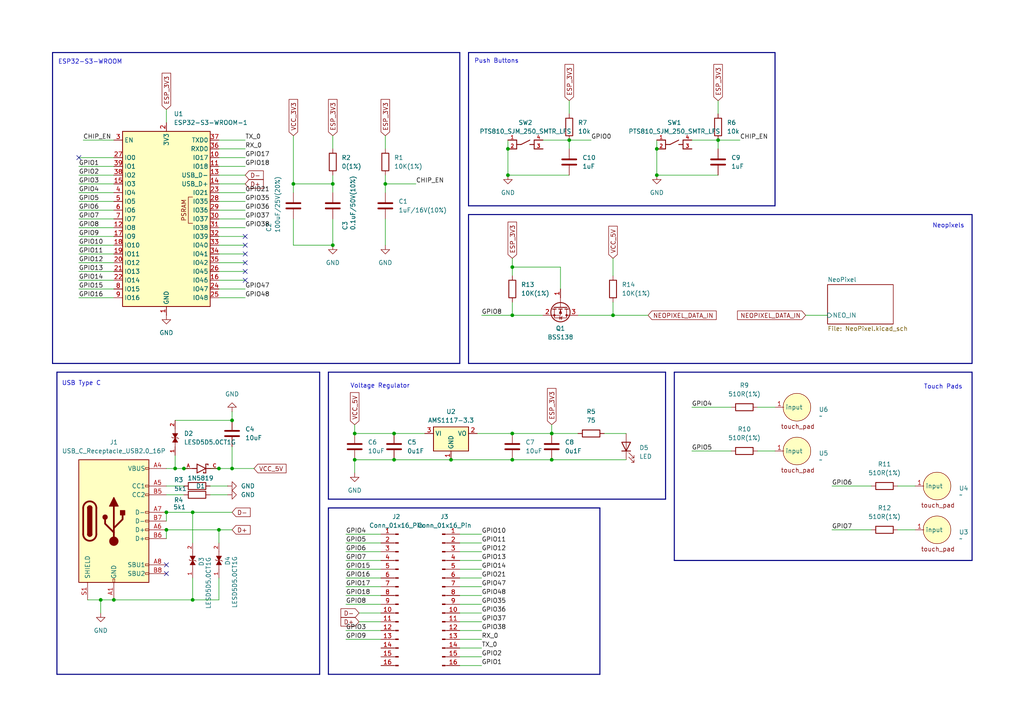
<source format=kicad_sch>
(kicad_sch (version 20250114) (generator "eeschema") (generator_version "9.0")
  (paper "A4")
  (lib_symbols
    (symbol "1N5819HW-7-F:1N5819HW-7-F" (pin_names (offset 1.016))
      (property "Reference" "D" (at -5.08 2.54 0))
      (property "Value" "1N5819HW-7-F" (at -5.08 -3.81 0))
      (symbol "1N5819HW-7-F_0_0"
        (pin passive line (at -5.08 0 0) (length 2.54) (name "~") (number "A"))
        (pin passive line (at 5.08 0 180) (length 2.54) (name "~") (number "C"))
      )
    )
    (symbol "Connector:Conn_01x16_Pin" (pin_names (offset 1.016) (hide yes))
      (property "Reference" "J" (at 0 20.32 0))
      (property "Value" "Conn_01x16_Pin" (at 0 -22.86 0))
      (symbol "Conn_01x16_Pin_1_1"
        (pin passive line (at 5.08 17.78 180) (length 3.81) (name "Pin_1") (number "1"))
        (pin passive line (at 5.08 15.24 180) (length 3.81) (name "Pin_2") (number "2"))
        (pin passive line (at 5.08 12.7 180) (length 3.81) (name "Pin_3") (number "3"))
        (pin passive line (at 5.08 10.16 180) (length 3.81) (name "Pin_4") (number "4"))
        (pin passive line (at 5.08 7.62 180) (length 3.81) (name "Pin_5") (number "5"))
        (pin passive line (at 5.08 5.08 180) (length 3.81) (name "Pin_6") (number "6"))
        (pin passive line (at 5.08 2.54 180) (length 3.81) (name "Pin_7") (number "7"))
        (pin passive line (at 5.08 0 180) (length 3.81) (name "Pin_8") (number "8"))
        (pin passive line (at 5.08 -2.54 180) (length 3.81) (name "Pin_9") (number "9"))
        (pin passive line (at 5.08 -5.08 180) (length 3.81) (name "Pin_10") (number "10"))
        (pin passive line (at 5.08 -7.62 180) (length 3.81) (name "Pin_11") (number "11"))
        (pin passive line (at 5.08 -10.16 180) (length 3.81) (name "Pin_12") (number "12"))
        (pin passive line (at 5.08 -12.7 180) (length 3.81) (name "Pin_13") (number "13"))
        (pin passive line (at 5.08 -15.24 180) (length 3.81) (name "Pin_14") (number "14"))
        (pin passive line (at 5.08 -17.78 180) (length 3.81) (name "Pin_15") (number "15"))
        (pin passive line (at 5.08 -20.32 180) (length 3.81) (name "Pin_16") (number "16"))
      )
    )
    (symbol "Connector:USB_C_Receptacle_USB2.0_16P" (pin_names (offset 1.016))
      (property "Reference" "J" (at 0 22.225 0))
      (property "Value" "USB_C_Receptacle_USB2.0_16P" (at 0 19.685 0))
      (symbol "USB_C_Receptacle_USB2.0_16P_1_1"
        (pin passive line (at -7.62 -22.86 90) (length 5.08) (name "SHIELD") (number "S1"))
        (pin passive line (at 0 -22.86 90) (length 5.08) (name "GND") (number "A1"))
        (pin passive line (at 0 -22.86 90) (length 5.08) (hide yes) (name "GND") (number "A12"))
        (pin passive line (at 0 -22.86 90) (length 5.08) (hide yes) (name "GND") (number "B1"))
        (pin passive line (at 0 -22.86 90) (length 5.08) (hide yes) (name "GND") (number "B12"))
        (pin passive line (at 15.24 15.24 180) (length 5.08) (name "VBUS") (number "A4"))
        (pin passive line (at 15.24 15.24 180) (length 5.08) (hide yes) (name "VBUS") (number "A9"))
        (pin passive line (at 15.24 15.24 180) (length 5.08) (hide yes) (name "VBUS") (number "B4"))
        (pin passive line (at 15.24 15.24 180) (length 5.08) (hide yes) (name "VBUS") (number "B9"))
        (pin bidirectional line (at 15.24 10.16 180) (length 5.08) (name "CC1") (number "A5"))
        (pin bidirectional line (at 15.24 7.62 180) (length 5.08) (name "CC2") (number "B5"))
        (pin bidirectional line (at 15.24 2.54 180) (length 5.08) (name "D-") (number "A7"))
        (pin bidirectional line (at 15.24 0 180) (length 5.08) (name "D-") (number "B7"))
        (pin bidirectional line (at 15.24 -2.54 180) (length 5.08) (name "D+") (number "A6"))
        (pin bidirectional line (at 15.24 -5.08 180) (length 5.08) (name "D+") (number "B6"))
        (pin bidirectional line (at 15.24 -12.7 180) (length 5.08) (name "SBU1") (number "A8"))
        (pin bidirectional line (at 15.24 -15.24 180) (length 5.08) (name "SBU2") (number "B8"))
      )
    )
    (symbol "Device:C" (pin_numbers (hide yes)) (pin_names (offset 0.254))
      (property "Reference" "C" (at 0.635 2.54 0))
      (property "Value" "C" (at 0.635 -2.54 0))
      (symbol "C_1_1"
        (pin passive line (at 0 3.81 270) (length 2.794) (name "~") (number "1"))
        (pin passive line (at 0 -3.81 90) (length 2.794) (name "~") (number "2"))
      )
    )
    (symbol "Device:LED" (pin_numbers (hide yes)) (pin_names (offset 1.016) (hide yes))
      (property "Reference" "D" (at 0 2.54 0))
      (property "Value" "LED" (at 0 -2.54 0))
      (symbol "LED_1_1"
        (pin passive line (at -3.81 0 0) (length 2.54) (name "K") (number "1"))
        (pin passive line (at 3.81 0 180) (length 2.54) (name "A") (number "2"))
      )
    )
    (symbol "Device:R" (pin_numbers (hide yes)) (pin_names (offset 0))
      (property "Reference" "R" (at 2.032 0 90))
      (property "Value" "R" (at 0 0 90))
      (symbol "R_1_1"
        (pin passive line (at 0 3.81 270) (length 1.27) (name "~") (number "1"))
        (pin passive line (at 0 -3.81 90) (length 1.27) (name "~") (number "2"))
      )
    )
    (symbol "LESD5D5.0CT1G:LESD5D5.0CT1G" (pin_names (offset 1.016))
      (property "Reference" "D" (at -5.08 2.54 0))
      (property "Value" "LESD5D5.0CT1G" (at -5.08 -5.08 0))
      (symbol "LESD5D5.0CT1G_0_0"
        (pin passive line (at -5.08 0 0) (length 2.54) (name "~") (number "1"))
        (pin passive line (at 5.08 0 180) (length 2.54) (name "~") (number "2"))
      )
    )
    (symbol "PTS810_SJM_250_SMTR_LFS:PTS810_SJM_250_SMTR_LFS" (pin_names (offset 1.016))
      (property "Reference" "SW" (at -3.81 1.27 0))
      (property "Value" "PTS810_SJM_250_SMTR_LFS" (at -5.08 -6.35 0))
      (symbol "PTS810_SJM_250_SMTR_LFS_0_0"
        (pin passive line (at -5.08 0 0) (length 2.54) (name "~") (number "1"))
        (pin passive line (at -5.08 -2.54 0) (length 2.54) (name "~") (number "2"))
        (pin passive line (at 5.08 0 180) (length 2.54) (name "~") (number "4"))
        (pin passive line (at 5.08 -2.54 180) (length 2.54) (name "~") (number "3"))
      )
    )
    (symbol "RF_Module:ESP32-S3-WROOM-1"
      (property "Reference" "U" (at -12.7 26.67 0))
      (property "Value" "ESP32-S3-WROOM-1" (at 12.7 26.67 0))
      (symbol "ESP32-S3-WROOM-1_0_0"
        (text "PSRAM" (at 5.08 2.54 900) (effects (font (size 1.27 1.27))))
      )
      (symbol "ESP32-S3-WROOM-1_1_1"
        (pin input line (at -15.24 22.86 0) (length 2.54) (name "EN") (number "3"))
        (pin bidirectional line (at -15.24 17.78 0) (length 2.54) (name "IO0") (number "27"))
        (pin bidirectional line (at -15.24 15.24 0) (length 2.54) (name "IO1") (number "39"))
        (pin bidirectional line (at -15.24 12.7 0) (length 2.54) (name "IO2") (number "38"))
        (pin bidirectional line (at -15.24 10.16 0) (length 2.54) (name "IO3") (number "15"))
        (pin bidirectional line (at -15.24 7.62 0) (length 2.54) (name "IO4") (number "4"))
        (pin bidirectional line (at -15.24 5.08 0) (length 2.54) (name "IO5") (number "5"))
        (pin bidirectional line (at -15.24 2.54 0) (length 2.54) (name "IO6") (number "6"))
        (pin bidirectional line (at -15.24 0 0) (length 2.54) (name "IO7") (number "7"))
        (pin bidirectional line (at -15.24 -2.54 0) (length 2.54) (name "IO8") (number "12"))
        (pin bidirectional line (at -15.24 -5.08 0) (length 2.54) (name "IO9") (number "17"))
        (pin bidirectional line (at -15.24 -7.62 0) (length 2.54) (name "IO10") (number "18"))
        (pin bidirectional line (at -15.24 -10.16 0) (length 2.54) (name "IO11") (number "19"))
        (pin bidirectional line (at -15.24 -12.7 0) (length 2.54) (name "IO12") (number "20"))
        (pin bidirectional line (at -15.24 -15.24 0) (length 2.54) (name "IO13") (number "21"))
        (pin bidirectional line (at -15.24 -17.78 0) (length 2.54) (name "IO14") (number "22"))
        (pin bidirectional line (at -15.24 -20.32 0) (length 2.54) (name "IO15") (number "8"))
        (pin bidirectional line (at -15.24 -22.86 0) (length 2.54) (name "IO16") (number "9"))
        (pin power_in line (at 0 27.94 270) (length 2.54) (name "3V3") (number "2"))
        (pin power_in line (at 0 -27.94 90) (length 2.54) (name "GND") (number "1"))
        (pin passive line (at 0 -27.94 90) (length 2.54) (hide yes) (name "GND") (number "40"))
        (pin passive line (at 0 -27.94 90) (length 2.54) (hide yes) (name "GND") (number "41"))
        (pin bidirectional line (at 15.24 22.86 180) (length 2.54) (name "TXD0") (number "37"))
        (pin bidirectional line (at 15.24 20.32 180) (length 2.54) (name "RXD0") (number "36"))
        (pin bidirectional line (at 15.24 17.78 180) (length 2.54) (name "IO17") (number "10"))
        (pin bidirectional line (at 15.24 15.24 180) (length 2.54) (name "IO18") (number "11"))
        (pin bidirectional line (at 15.24 12.7 180) (length 2.54) (name "USB_D-") (number "13"))
        (pin bidirectional line (at 15.24 10.16 180) (length 2.54) (name "USB_D+") (number "14"))
        (pin bidirectional line (at 15.24 7.62 180) (length 2.54) (name "IO21") (number "23"))
        (pin bidirectional line (at 15.24 5.08 180) (length 2.54) (name "IO35") (number "28"))
        (pin bidirectional line (at 15.24 2.54 180) (length 2.54) (name "IO36") (number "29"))
        (pin bidirectional line (at 15.24 0 180) (length 2.54) (name "IO37") (number "30"))
        (pin bidirectional line (at 15.24 -2.54 180) (length 2.54) (name "IO38") (number "31"))
        (pin bidirectional line (at 15.24 -5.08 180) (length 2.54) (name "IO39") (number "32"))
        (pin bidirectional line (at 15.24 -7.62 180) (length 2.54) (name "IO40") (number "33"))
        (pin bidirectional line (at 15.24 -10.16 180) (length 2.54) (name "IO41") (number "34"))
        (pin bidirectional line (at 15.24 -12.7 180) (length 2.54) (name "IO42") (number "35"))
        (pin bidirectional line (at 15.24 -15.24 180) (length 2.54) (name "IO45") (number "26"))
        (pin bidirectional line (at 15.24 -17.78 180) (length 2.54) (name "IO46") (number "16"))
        (pin bidirectional line (at 15.24 -20.32 180) (length 2.54) (name "IO47") (number "24"))
        (pin bidirectional line (at 15.24 -22.86 180) (length 2.54) (name "IO48") (number "25"))
      )
    )
    (symbol "Regulator_Linear:AMS1117-3.3"
      (property "Reference" "U" (at -3.81 3.175 0))
      (property "Value" "AMS1117-3.3" (at 0 3.175 0))
      (symbol "AMS1117-3.3_1_1"
        (pin power_in line (at -7.62 0 0) (length 2.54) (name "VI") (number "3"))
        (pin power_in line (at 0 -7.62 90) (length 2.54) (name "GND") (number "1"))
        (pin power_out line (at 7.62 0 180) (length 2.54) (name "VO") (number "2"))
      )
    )
    (symbol "TouchPad:touch_pad"
      (property "Reference" "U" (at 0 5.334 0))
      (symbol "touch_pad_1_1"
        (text "touch_pad" (at 0.254 -5.588 0) (effects (font (size 1.27 1.27))))
        (pin input line (at -6.35 0 0) (length 2.54) (name "input") (number "1"))
      )
    )
    (symbol "Transistor_FET:BSS138" (pin_names (hide yes))
      (property "Reference" "Q" (at 5.08 1.905 0))
      (property "Value" "BSS138" (at 5.08 0 0))
      (symbol "BSS138_1_1"
        (pin input line (at -5.08 0 0) (length 2.54) (name "G") (number "1"))
        (pin passive line (at 2.54 5.08 270) (length 2.54) (name "D") (number "3"))
        (pin passive line (at 2.54 -5.08 90) (length 2.54) (name "S") (number "2"))
      )
    )
    (symbol "power:GND" (power) (pin_numbers (hide yes)) (pin_names (offset 0) (hide yes))
      (property "Value" "GND" (at 0 -3.81 0))
      (symbol "GND_1_1"
        (pin power_in line (at 0 0 270) (length 0) (name "~") (number "1"))
      )
    )
  )
  (text "Push Buttons" (at 144.018 17.78 0) (effects (font (size 1.27 1.27))))
  (text "Touch Pads" (at 273.558 112.268 0) (effects (font (size 1.27 1.27))))
  (text "Voltage Regulator" (at 110.236 112.014 0) (effects (font (size 1.27 1.27))))
  (text "Neopixels" (at 275.082 65.532 0) (effects (font (size 1.27 1.27))))
  (text "USB Type C" (at 23.622 111.252 0) (effects (font (size 1.27 1.27))))
  (text "ESP32-S3-WROOM" (at 26.162 18.034 0) (effects (font (size 1.27 1.27))))
  (junction (at 177.8 91.44))
  (junction (at 102.87 133.35))
  (junction (at 208.28 40.64))
  (junction (at 147.32 50.8))
  (junction (at 53.34 135.89))
  (junction (at 67.31 135.89))
  (junction (at 63.5 135.89))
  (junction (at 114.3 125.73))
  (junction (at 50.8 135.89))
  (junction (at 190.5 50.8))
  (junction (at 148.59 133.35))
  (junction (at 111.76 53.34))
  (junction (at 33.02 173.99))
  (junction (at 160.02 133.35))
  (junction (at 190.5 43.18))
  (junction (at 55.88 173.99))
  (junction (at 29.21 173.99))
  (junction (at 130.81 133.35))
  (junction (at 67.31 121.92))
  (junction (at 55.88 148.59))
  (junction (at 96.52 53.34))
  (junction (at 148.59 77.47))
  (junction (at 114.3 133.35))
  (junction (at 165.1 40.64))
  (junction (at 147.32 43.18))
  (junction (at 48.26 148.59))
  (junction (at 148.59 125.73))
  (junction (at 63.5 153.67))
  (junction (at 102.87 125.73))
  (junction (at 85.09 53.34))
  (junction (at 48.26 153.67))
  (junction (at 148.59 91.44))
  (junction (at 160.02 125.73))
  (junction (at 96.52 71.12))
  (no_connect (at 22.86 45.72))
  (no_connect (at 71.12 78.74))
  (no_connect (at 71.12 68.58))
  (no_connect (at 48.26 166.37))
  (no_connect (at 71.12 71.12))
  (no_connect (at 71.12 76.2))
  (no_connect (at 71.12 73.66))
  (no_connect (at 48.26 163.83))
  (no_connect (at 71.12 81.28))
  (wire (pts (xy 85.09 53.34) (xy 96.52 53.34)))
  (wire (pts (xy 60.96 143.51) (xy 66.04 143.51)))
  (wire (pts (xy 133.35 193.04) (xy 139.7 193.04)))
  (wire (pts (xy 96.52 53.34) (xy 96.52 55.88)))
  (bus (pts (xy 95.25 107.95) (xy 95.25 144.78)))
  (wire (pts (xy 114.3 125.73) (xy 123.19 125.73)))
  (wire (pts (xy 60.96 135.89) (xy 63.5 135.89)))
  (wire (pts (xy 148.59 87.63) (xy 148.59 91.44)))
  (wire (pts (xy 48.26 31.75) (xy 48.26 35.56)))
  (bus (pts (xy 135.89 59.69) (xy 224.79 59.69)))
  (wire (pts (xy 208.28 40.64) (xy 214.63 40.64)))
  (wire (pts (xy 63.5 58.42) (xy 71.12 58.42)))
  (wire (pts (xy 22.86 53.34) (xy 33.02 53.34)))
  (wire (pts (xy 67.31 129.54) (xy 67.31 135.89)))
  (wire (pts (xy 63.5 45.72) (xy 71.12 45.72)))
  (wire (pts (xy 133.35 180.34) (xy 139.7 180.34)))
  (wire (pts (xy 22.86 81.28) (xy 33.02 81.28)))
  (wire (pts (xy 100.33 175.26) (xy 110.49 175.26)))
  (wire (pts (xy 133.35 160.02) (xy 139.7 160.02)))
  (wire (pts (xy 148.59 74.93) (xy 148.59 77.47)))
  (wire (pts (xy 148.59 133.35) (xy 160.02 133.35)))
  (bus (pts (xy 195.58 107.95) (xy 195.58 162.56)))
  (wire (pts (xy 133.35 185.42) (xy 139.7 185.42)))
  (wire (pts (xy 63.5 76.2) (xy 71.12 76.2)))
  (wire (pts (xy 48.26 143.51) (xy 53.34 143.51)))
  (wire (pts (xy 50.8 132.08) (xy 50.8 135.89)))
  (wire (pts (xy 165.1 40.64) (xy 171.45 40.64)))
  (wire (pts (xy 100.33 185.42) (xy 110.49 185.42)))
  (wire (pts (xy 67.31 119.38) (xy 67.31 121.92)))
  (wire (pts (xy 104.14 180.34) (xy 110.49 180.34)))
  (wire (pts (xy 22.86 60.96) (xy 33.02 60.96)))
  (wire (pts (xy 63.5 153.67) (xy 63.5 157.48)))
  (bus (pts (xy 95.25 147.32) (xy 95.25 195.58)))
  (wire (pts (xy 148.59 77.47) (xy 148.59 80.01)))
  (wire (pts (xy 100.33 170.18) (xy 110.49 170.18)))
  (wire (pts (xy 33.02 173.99) (xy 29.21 173.99)))
  (wire (pts (xy 48.26 148.59) (xy 48.26 151.13)))
  (wire (pts (xy 177.8 74.93) (xy 177.8 80.01)))
  (bus (pts (xy 133.35 105.41) (xy 133.35 15.24)))
  (wire (pts (xy 22.86 68.58) (xy 33.02 68.58)))
  (wire (pts (xy 100.33 154.94) (xy 110.49 154.94)))
  (wire (pts (xy 48.26 140.97) (xy 53.34 140.97)))
  (wire (pts (xy 200.66 130.81) (xy 212.09 130.81)))
  (wire (pts (xy 241.3 140.97) (xy 252.73 140.97)))
  (wire (pts (xy 33.02 173.99) (xy 55.88 173.99)))
  (wire (pts (xy 102.87 133.35) (xy 114.3 133.35)))
  (wire (pts (xy 133.35 162.56) (xy 139.7 162.56)))
  (wire (pts (xy 100.33 167.64) (xy 110.49 167.64)))
  (wire (pts (xy 22.86 58.42) (xy 33.02 58.42)))
  (wire (pts (xy 162.56 77.47) (xy 148.59 77.47)))
  (wire (pts (xy 160.02 123.19) (xy 160.02 125.73)))
  (wire (pts (xy 138.43 125.73) (xy 148.59 125.73)))
  (wire (pts (xy 22.86 66.04) (xy 33.02 66.04)))
  (wire (pts (xy 111.76 63.5) (xy 111.76 71.12)))
  (wire (pts (xy 63.5 50.8) (xy 71.12 50.8)))
  (bus (pts (xy 16.51 107.95) (xy 92.71 107.95)))
  (wire (pts (xy 133.35 165.1) (xy 139.7 165.1)))
  (wire (pts (xy 241.3 153.67) (xy 252.73 153.67)))
  (bus (pts (xy 281.94 162.56) (xy 195.58 162.56)))
  (wire (pts (xy 22.86 50.8) (xy 33.02 50.8)))
  (wire (pts (xy 22.86 73.66) (xy 33.02 73.66)))
  (wire (pts (xy 63.5 48.26) (xy 71.12 48.26)))
  (bus (pts (xy 281.94 107.95) (xy 281.94 162.56)))
  (wire (pts (xy 67.31 135.89) (xy 73.66 135.89)))
  (wire (pts (xy 22.86 48.26) (xy 33.02 48.26)))
  (wire (pts (xy 63.5 53.34) (xy 71.12 53.34)))
  (wire (pts (xy 133.35 177.8) (xy 139.7 177.8)))
  (wire (pts (xy 63.5 78.74) (xy 71.12 78.74)))
  (bus (pts (xy 281.94 105.41) (xy 135.89 105.41)))
  (wire (pts (xy 219.71 118.11) (xy 224.79 118.11)))
  (bus (pts (xy 135.89 62.23) (xy 281.94 62.23)))
  (wire (pts (xy 157.48 40.64) (xy 165.1 40.64)))
  (wire (pts (xy 133.35 170.18) (xy 139.7 170.18)))
  (wire (pts (xy 96.52 63.5) (xy 96.52 71.12)))
  (wire (pts (xy 96.52 39.37) (xy 96.52 43.18)))
  (wire (pts (xy 167.64 91.44) (xy 177.8 91.44)))
  (bus (pts (xy 281.94 62.23) (xy 281.94 105.41)))
  (wire (pts (xy 139.7 91.44) (xy 148.59 91.44)))
  (wire (pts (xy 162.56 83.82) (xy 162.56 77.47)))
  (wire (pts (xy 63.5 60.96) (xy 71.12 60.96)))
  (wire (pts (xy 63.5 173.99) (xy 63.5 167.64)))
  (wire (pts (xy 200.66 40.64) (xy 208.28 40.64)))
  (wire (pts (xy 219.71 130.81) (xy 224.79 130.81)))
  (wire (pts (xy 63.5 68.58) (xy 71.12 68.58)))
  (wire (pts (xy 63.5 66.04) (xy 71.12 66.04)))
  (wire (pts (xy 111.76 50.8) (xy 111.76 53.34)))
  (wire (pts (xy 50.8 135.89) (xy 53.34 135.89)))
  (bus (pts (xy 135.89 15.24) (xy 135.89 59.69)))
  (bus (pts (xy 15.24 105.41) (xy 133.35 105.41)))
  (wire (pts (xy 50.8 121.92) (xy 67.31 121.92)))
  (wire (pts (xy 22.86 86.36) (xy 33.02 86.36)))
  (wire (pts (xy 48.26 148.59) (xy 55.88 148.59)))
  (wire (pts (xy 85.09 63.5) (xy 85.09 71.12)))
  (wire (pts (xy 147.32 50.8) (xy 165.1 50.8)))
  (wire (pts (xy 22.86 71.12) (xy 33.02 71.12)))
  (wire (pts (xy 22.86 45.72) (xy 33.02 45.72)))
  (wire (pts (xy 55.88 173.99) (xy 63.5 173.99)))
  (wire (pts (xy 63.5 40.64) (xy 71.12 40.64)))
  (wire (pts (xy 148.59 125.73) (xy 160.02 125.73)))
  (wire (pts (xy 25.4 173.99) (xy 29.21 173.99)))
  (wire (pts (xy 175.26 125.73) (xy 181.61 125.73)))
  (wire (pts (xy 133.35 154.94) (xy 139.7 154.94)))
  (wire (pts (xy 63.5 86.36) (xy 71.12 86.36)))
  (bus (pts (xy 16.51 107.95) (xy 16.51 195.58)))
  (wire (pts (xy 100.33 182.88) (xy 110.49 182.88)))
  (wire (pts (xy 102.87 123.19) (xy 102.87 125.73)))
  (bus (pts (xy 135.89 62.23) (xy 135.89 105.41)))
  (wire (pts (xy 260.35 153.67) (xy 265.43 153.67)))
  (wire (pts (xy 200.66 118.11) (xy 212.09 118.11)))
  (wire (pts (xy 260.35 140.97) (xy 265.43 140.97)))
  (wire (pts (xy 100.33 165.1) (xy 110.49 165.1)))
  (wire (pts (xy 165.1 40.64) (xy 165.1 43.18)))
  (wire (pts (xy 160.02 133.35) (xy 181.61 133.35)))
  (wire (pts (xy 102.87 133.35) (xy 102.87 137.16)))
  (wire (pts (xy 63.5 83.82) (xy 71.12 83.82)))
  (bus (pts (xy 92.71 195.58) (xy 92.71 107.95)))
  (wire (pts (xy 85.09 71.12) (xy 96.52 71.12)))
  (wire (pts (xy 96.52 50.8) (xy 96.52 53.34)))
  (wire (pts (xy 85.09 55.88) (xy 85.09 53.34)))
  (wire (pts (xy 63.5 153.67) (xy 67.31 153.67)))
  (wire (pts (xy 48.26 153.67) (xy 48.26 156.21)))
  (wire (pts (xy 55.88 148.59) (xy 55.88 157.48)))
  (bus (pts (xy 95.25 195.58) (xy 173.99 195.58)))
  (wire (pts (xy 22.86 63.5) (xy 33.02 63.5)))
  (wire (pts (xy 63.5 63.5) (xy 71.12 63.5)))
  (wire (pts (xy 133.35 190.5) (xy 139.7 190.5)))
  (bus (pts (xy 195.58 107.95) (xy 281.94 107.95)))
  (bus (pts (xy 16.51 195.58) (xy 92.71 195.58)))
  (wire (pts (xy 63.5 43.18) (xy 71.12 43.18)))
  (wire (pts (xy 85.09 39.37) (xy 85.09 53.34)))
  (wire (pts (xy 29.21 177.8) (xy 29.21 173.99)))
  (wire (pts (xy 60.96 140.97) (xy 66.04 140.97)))
  (wire (pts (xy 111.76 39.37) (xy 111.76 43.18)))
  (wire (pts (xy 22.86 55.88) (xy 33.02 55.88)))
  (wire (pts (xy 53.34 135.89) (xy 54.61 135.89)))
  (wire (pts (xy 233.68 91.44) (xy 240.03 91.44)))
  (wire (pts (xy 208.28 29.21) (xy 208.28 33.02)))
  (wire (pts (xy 100.33 160.02) (xy 110.49 160.02)))
  (bus (pts (xy 95.25 147.32) (xy 173.99 147.32)))
  (wire (pts (xy 133.35 187.96) (xy 139.7 187.96)))
  (bus (pts (xy 15.24 15.24) (xy 133.35 15.24)))
  (bus (pts (xy 193.04 144.78) (xy 193.04 107.95)))
  (wire (pts (xy 111.76 53.34) (xy 120.65 53.34)))
  (wire (pts (xy 130.81 133.35) (xy 148.59 133.35)))
  (wire (pts (xy 111.76 53.34) (xy 111.76 55.88)))
  (wire (pts (xy 100.33 157.48) (xy 110.49 157.48)))
  (bus (pts (xy 135.89 15.24) (xy 224.79 15.24)))
  (bus (pts (xy 224.79 59.69) (xy 224.79 15.24)))
  (wire (pts (xy 100.33 162.56) (xy 110.49 162.56)))
  (wire (pts (xy 24.13 40.64) (xy 33.02 40.64)))
  (wire (pts (xy 102.87 125.73) (xy 114.3 125.73)))
  (wire (pts (xy 48.26 153.67) (xy 63.5 153.67)))
  (wire (pts (xy 63.5 81.28) (xy 71.12 81.28)))
  (wire (pts (xy 133.35 172.72) (xy 139.7 172.72)))
  (wire (pts (xy 50.8 135.89) (xy 48.26 135.89)))
  (wire (pts (xy 104.14 177.8) (xy 110.49 177.8)))
  (wire (pts (xy 22.86 78.74) (xy 33.02 78.74)))
  (wire (pts (xy 55.88 148.59) (xy 67.31 148.59)))
  (wire (pts (xy 133.35 157.48) (xy 139.7 157.48)))
  (wire (pts (xy 22.86 76.2) (xy 33.02 76.2)))
  (wire (pts (xy 133.35 167.64) (xy 139.7 167.64)))
  (bus (pts (xy 95.25 107.95) (xy 193.04 107.95)))
  (wire (pts (xy 177.8 91.44) (xy 187.96 91.44)))
  (bus (pts (xy 173.99 195.58) (xy 173.99 147.32)))
  (bus (pts (xy 15.24 15.24) (xy 15.24 105.41)))
  (wire (pts (xy 147.32 43.18) (xy 147.32 50.8)))
  (wire (pts (xy 160.02 125.73) (xy 167.64 125.73)))
  (wire (pts (xy 114.3 133.35) (xy 130.81 133.35)))
  (wire (pts (xy 165.1 29.21) (xy 165.1 33.02)))
  (wire (pts (xy 190.5 50.8) (xy 208.28 50.8)))
  (wire (pts (xy 133.35 175.26) (xy 139.7 175.26)))
  (wire (pts (xy 177.8 87.63) (xy 177.8 91.44)))
  (wire (pts (xy 22.86 83.82) (xy 33.02 83.82)))
  (wire (pts (xy 63.5 71.12) (xy 71.12 71.12)))
  (wire (pts (xy 148.59 91.44) (xy 157.48 91.44)))
  (wire (pts (xy 63.5 55.88) (xy 71.12 55.88)))
  (wire (pts (xy 133.35 182.88) (xy 139.7 182.88)))
  (wire (pts (xy 190.5 43.18) (xy 190.5 50.8)))
  (wire (pts (xy 63.5 135.89) (xy 67.31 135.89)))
  (wire (pts (xy 190.5 40.64) (xy 190.5 43.18)))
  (wire (pts (xy 147.32 40.64) (xy 147.32 43.18)))
  (wire (pts (xy 100.33 172.72) (xy 110.49 172.72)))
  (bus (pts (xy 95.25 144.78) (xy 193.04 144.78)))
  (wire (pts (xy 55.88 167.64) (xy 55.88 173.99)))
  (wire (pts (xy 63.5 73.66) (xy 71.12 73.66)))
  (wire (pts (xy 208.28 40.64) (xy 208.28 43.18)))
  (label "RX_0" (at 139.7 185.42 0))
  (label "GPIO9" (at 22.86 68.58 0))
  (label "GPIO2" (at 22.86 50.8 0))
  (label "GPIO48" (at 71.12 86.36 0))
  (label "GPIO4" (at 100.33 154.94 0))
  (label "GPIO3" (at 22.86 53.34 0))
  (label "GPIO8" (at 139.7 91.44 0))
  (label "GPIO6" (at 22.86 60.96 0))
  (label "GPIO14" (at 22.86 81.28 0))
  (label "GPIO17" (at 100.33 170.18 0))
  (label "GPIO5" (at 22.86 58.42 0))
  (label "GPIO12" (at 139.7 160.02 0))
  (label "GPIO3" (at 100.33 182.88 0))
  (label "GPIO11" (at 22.86 73.66 0))
  (label "TX_0" (at 71.12 40.64 0))
  (label "GPIO10" (at 139.7 154.94 0))
  (label "GPIO11" (at 139.7 157.48 0))
  (label "GPIO1" (at 22.86 48.26 0))
  (label "GPIO21" (at 139.7 167.64 0))
  (label "GPIO35" (at 139.7 175.26 0))
  (label "GPIO7" (at 22.86 63.5 0))
  (label "GPIO35" (at 71.12 58.42 0))
  (label "CHIP_EN" (at 24.13 40.64 0))
  (label "GPIO6" (at 100.33 160.02 0))
  (label "GPIO5" (at 100.33 157.48 0))
  (label "GPIO16" (at 22.86 86.36 0))
  (label "GPIO47" (at 139.7 170.18 0))
  (label "GPIO16" (at 100.33 167.64 0))
  (label "GPIO4" (at 22.86 55.88 0))
  (label "TX_0" (at 139.7 187.96 0))
  (label "GPIO38" (at 71.12 66.04 0))
  (label "GPIO17" (at 71.12 45.72 0))
  (label "GPIO7" (at 100.33 162.56 0))
  (label "GPIO37" (at 71.12 63.5 0))
  (label "GPIO6" (at 241.3 140.97 0))
  (label "GPIO37" (at 139.7 180.34 0))
  (label "GPIO38" (at 139.7 182.88 0))
  (label "GPIO15" (at 22.86 83.82 0))
  (label "RX_0" (at 71.12 43.18 0))
  (label "GPIO7" (at 241.3 153.67 0))
  (label "GPIO18" (at 71.12 48.26 0))
  (label "GPIO9" (at 100.33 185.42 0))
  (label "GPIO8" (at 22.86 66.04 0))
  (label "GPIO36" (at 71.12 60.96 0))
  (label "GPIO1" (at 139.7 193.04 0))
  (label "GPIO14" (at 139.7 165.1 0))
  (label "GPIO2" (at 139.7 190.5 0))
  (label "GPIO0" (at 171.45 40.64 0))
  (label "GPIO4" (at 200.66 118.11 0))
  (label "GPIO12" (at 22.86 76.2 0))
  (label "GPIO47" (at 71.12 83.82 0))
  (label "GPIO13" (at 22.86 78.74 0))
  (label "GPIO18" (at 100.33 172.72 0))
  (label "GPIO13" (at 139.7 162.56 0))
  (label "GPIO5" (at 200.66 130.81 0))
  (label "CHIP_EN" (at 214.63 40.64 0))
  (label "GPIO15" (at 100.33 165.1 0))
  (label "CHIP_EN" (at 120.65 53.34 0))
  (label "GPIO21" (at 71.12 55.88 0))
  (label "GPIO10" (at 22.86 71.12 0))
  (label "GPIO8" (at 100.33 175.26 0))
  (label "GPIO36" (at 139.7 177.8 0))
  (label "GPIO48" (at 139.7 172.72 0))
  (global_label "D+" (shape input) (at 104.14 180.34 180) (property "Intersheetrefs" "${INTERSHEET_REFS}" (effects (hide yes))))
  (global_label "ESP_3V3" (shape input) (at 111.76 39.37 90) (property "Intersheetrefs" "${INTERSHEET_REFS}" (effects (hide yes))))
  (global_label "VCC_5V" (shape input) (at 73.66 135.89 0) (property "Intersheetrefs" "${INTERSHEET_REFS}" (effects (hide yes))))
  (global_label "ESP_3V3" (shape input) (at 96.52 39.37 90) (property "Intersheetrefs" "${INTERSHEET_REFS}" (effects (hide yes))))
  (global_label "ESP_3V3" (shape input) (at 148.59 74.93 90) (property "Intersheetrefs" "${INTERSHEET_REFS}" (effects (hide yes))))
  (global_label "D-" (shape input) (at 67.31 148.59 0) (property "Intersheetrefs" "${INTERSHEET_REFS}" (effects (hide yes))))
  (global_label "D-" (shape input) (at 104.14 177.8 180) (property "Intersheetrefs" "${INTERSHEET_REFS}" (effects (hide yes))))
  (global_label "NEOPIXEL_DATA_IN" (shape input) (at 187.96 91.44 0) (property "Intersheetrefs" "${INTERSHEET_REFS}" (effects (hide yes))))
  (global_label "VCC_3V3" (shape input) (at 85.09 39.37 90) (property "Intersheetrefs" "${INTERSHEET_REFS}" (effects (hide yes))))
  (global_label "ESP_3V3" (shape input) (at 208.28 29.21 90) (property "Intersheetrefs" "${INTERSHEET_REFS}" (effects (hide yes))))
  (global_label "D+" (shape input) (at 71.12 53.34 0) (property "Intersheetrefs" "${INTERSHEET_REFS}" (effects (hide yes))))
  (global_label "NEOPIXEL_DATA_IN" (shape input) (at 233.68 91.44 180) (property "Intersheetrefs" "${INTERSHEET_REFS}" (effects (hide yes))))
  (global_label "VCC_5V" (shape input) (at 102.87 123.19 90) (property "Intersheetrefs" "${INTERSHEET_REFS}" (effects (hide yes))))
  (global_label "ESP_3V3" (shape input) (at 165.1 29.21 90) (property "Intersheetrefs" "${INTERSHEET_REFS}" (effects (hide yes))))
  (global_label "VCC_5V" (shape input) (at 177.8 74.93 90) (property "Intersheetrefs" "${INTERSHEET_REFS}" (effects (hide yes))))
  (global_label "D+" (shape input) (at 67.31 153.67 0) (property "Intersheetrefs" "${INTERSHEET_REFS}" (effects (hide yes))))
  (global_label "ESP_3V3" (shape input) (at 160.02 123.19 90) (property "Intersheetrefs" "${INTERSHEET_REFS}" (effects (hide yes))))
  (global_label "D-" (shape input) (at 71.12 50.8 0) (property "Intersheetrefs" "${INTERSHEET_REFS}" (effects (hide yes))))
  (global_label "ESP_3V3" (shape input) (at 48.26 31.75 90) (property "Intersheetrefs" "${INTERSHEET_REFS}" (effects (hide yes))))
  (symbol (lib_id "Device:R") (at 215.9 118.11 90) (unit 1)
    (property "Reference" "R9" (at 215.9 111.76 90))
    (property "Value" "510R(1%)" (at 215.9 114.3 90))
    (property "Footprint" "Resistor_SMD:R_0402_1005Metric_Pad0.72x0.64mm_HandSolder" (effects (hide yes)))
    (property "Description" "Resistor" (effects (hide yes)))
  )
  (symbol (lib_id "Device:R") (at 256.54 153.67 90) (unit 1)
    (property "Reference" "R12" (at 256.54 147.32 90))
    (property "Value" "510R(1%)" (at 256.54 149.86 90))
    (property "Footprint" "Resistor_SMD:R_0402_1005Metric_Pad0.72x0.64mm_HandSolder" (effects (hide yes)))
    (property "Description" "Resistor" (effects (hide yes)))
  )
  (symbol (lib_id "Device:R") (at 256.54 140.97 90) (unit 1)
    (property "Reference" "R11" (at 256.54 134.62 90))
    (property "Value" "510R(1%)" (at 256.54 137.16 90))
    (property "Footprint" "Resistor_SMD:R_0402_1005Metric_Pad0.72x0.64mm_HandSolder" (effects (hide yes)))
    (property "Description" "Resistor" (effects (hide yes)))
  )
  (symbol (lib_id "Device:C") (at 165.1 46.99 0) (unit 1)
    (property "Reference" "C10" (at 168.91 45.7199 0) (effects (justify left)))
    (property "Value" "1uF" (at 168.91 48.2599 0) (effects (justify left)))
    (property "Footprint" "Capacitor_SMD:C_0805_2012Metric" (effects (hide yes)))
    (property "Description" "Unpolarized capacitor" (effects (hide yes)))
  )
  (symbol (lib_id "Device:R") (at 165.1 36.83 0) (unit 1)
    (property "Reference" "R7" (at 167.64 35.5599 0) (effects (justify left)))
    (property "Value" "10k" (at 167.64 38.0999 0) (effects (justify left)))
    (property "Footprint" "Resistor_SMD:R_0402_1005Metric_Pad0.72x0.64mm_HandSolder" (effects (hide yes)))
    (property "Description" "Resistor" (effects (hide yes)))
  )
  (symbol (lib_id "power:GND") (at 96.52 71.12 0) (unit 1)
    (property "Reference" "#PWR03" (effects (hide yes)))
    (property "Value" "GND" (at 96.52 76.2 0))
    (property "Description" "Power symbol creates a global label with name \"GND\" , ground" (effects (hide yes)))
  )
  (symbol (lib_id "power:GND") (at 111.76 71.12 0) (unit 1)
    (property "Reference" "#PWR02" (effects (hide yes)))
    (property "Value" "GND" (at 111.76 76.2 0))
    (property "Description" "Power symbol creates a global label with name \"GND\" , ground" (effects (hide yes)))
  )
  (symbol (lib_id "power:GND") (at 147.32 50.8 0) (unit 1)
    (property "Reference" "#PWR010" (effects (hide yes)))
    (property "Value" "GND" (at 147.32 55.88 0))
    (property "Description" "Power symbol creates a global label with name \"GND\" , ground" (effects (hide yes)))
  )
  (symbol (lib_id "Device:C") (at 114.3 129.54 0) (unit 1)
    (property "Reference" "C5" (at 118.11 128.2699 0) (effects (justify left)))
    (property "Value" "0u1F" (at 118.11 130.8099 0) (effects (justify left)))
    (property "Footprint" "Capacitor_SMD:C_0805_2012Metric" (effects (hide yes)))
    (property "Description" "Unpolarized capacitor" (effects (hide yes)))
  )
  (symbol (lib_id "PTS810_SJM_250_SMTR_LFS:PTS810_SJM_250_SMTR_LFS") (at 152.4 40.64 0) (unit 1)
    (property "Reference" "SW2" (at 152.4 35.56 0))
    (property "Value" "PTS810_SJM_250_SMTR_LFS" (at 152.4 38.1 0))
    (property "Footprint" "PTS810_SJM_250_SMTR_LFS:SW_PTS810_SJM_250_SMTR_LFS" (effects (hide yes)))
    (property "MF" "C&K" (effects (hide yes)))
    (property "Description_1" "Tactile Switch SPST-NO Top Actuated Surface Mount" (effects (hide yes)))
    (property "Package" "None" (effects (hide yes)))
    (property "Price" "None" (effects (hide yes)))
    (property "Check_prices" "https://www.snapeda.com/parts/PTS810%20SJM%20250%20SMTR%20LFS/C%2526K/view-part/?ref=eda" (effects (hide yes)))
    (property "STANDARD" "Manufacturer Recommendations" (effects (hide yes)))
    (property "SnapEDA_Link" "https://www.snapeda.com/parts/PTS810%20SJM%20250%20SMTR%20LFS/C%2526K/view-part/?ref=snap" (effects (hide yes)))
    (property "MP" "PTS810 SJM 250 SMTR LFS" (effects (hide yes)))
    (property "Availability" "In Stock" (effects (hide yes)))
    (property "MANUFACTURER" "CnK" (effects (hide yes)))
  )
  (symbol (lib_id "Device:R") (at 57.15 140.97 90) (unit 1)
    (property "Reference" "R3" (at 51.816 139.192 90))
    (property "Value" "5k1" (at 52.324 141.732 90))
    (property "Footprint" "Resistor_SMD:R_0402_1005Metric_Pad0.72x0.64mm_HandSolder" (effects (hide yes)))
    (property "Description" "Resistor" (effects (hide yes)))
  )
  (symbol (lib_id "Device:R") (at 215.9 130.81 90) (unit 1)
    (property "Reference" "R10" (at 215.9 124.46 90))
    (property "Value" "510R(1%)" (at 215.9 127 90))
    (property "Footprint" "Resistor_SMD:R_0402_1005Metric_Pad0.72x0.64mm_HandSolder" (effects (hide yes)))
    (property "Description" "Resistor" (effects (hide yes)))
  )
  (symbol (lib_id "Connector:Conn_01x16_Pin") (at 128.27 172.72 0) (unit 1)
    (property "Reference" "J3" (at 128.905 149.86 0))
    (property "Value" "Conn_01x16_Pin" (at 128.905 152.4 0))
    (property "Footprint" "Connector_PinSocket_2.54mm:PinSocket_1x16_P2.54mm_Vertical" (effects (hide yes)))
    (property "Description" "Generic connector, single row, 01x16, script generated" (effects (hide yes)))
  )
  (symbol (lib_id "Device:C") (at 208.28 46.99 0) (unit 1)
    (property "Reference" "C9" (at 212.09 45.7199 0) (effects (justify left)))
    (property "Value" "1uF" (at 212.09 48.2599 0) (effects (justify left)))
    (property "Footprint" "Capacitor_SMD:C_0805_2012Metric" (effects (hide yes)))
    (property "Description" "Unpolarized capacitor" (effects (hide yes)))
  )
  (symbol (lib_id "Device:R") (at 171.45 125.73 90) (unit 1)
    (property "Reference" "R5" (at 171.45 119.38 90))
    (property "Value" "75" (at 171.45 121.92 90))
    (property "Footprint" "Resistor_SMD:R_0402_1005Metric_Pad0.72x0.64mm_HandSolder" (effects (hide yes)))
    (property "Description" "Resistor" (effects (hide yes)))
  )
  (symbol (lib_id "Device:R") (at 177.8 83.82 0) (unit 1)
    (property "Reference" "R14" (at 180.34 82.5499 0) (effects (justify left)))
    (property "Value" "10K(1%)" (at 180.34 85.0899 0) (effects (justify left)))
    (property "Footprint" "Resistor_SMD:R_0402_1005Metric_Pad0.72x0.64mm_HandSolder" (effects (hide yes)))
    (property "Description" "Resistor" (effects (hide yes)))
  )
  (symbol (lib_id "Transistor_FET:BSS138") (at 162.56 88.9 270) (unit 1)
    (property "Reference" "Q1" (at 162.56 95.25 90))
    (property "Value" "BSS138" (at 162.56 97.79 90))
    (property "Footprint" "Package_TO_SOT_SMD:SOT-23" (effects (hide yes)))
    (property "Datasheet" "https://www.onsemi.com/pub/Collateral/BSS138-D.PDF" (effects (hide yes)))
    (property "Description" "50V Vds, 0.22A Id, N-Channel MOSFET, SOT-23" (effects (hide yes)))
  )
  (symbol (lib_id "TouchPad:touch_pad") (at 231.14 118.11 0) (unit 1) (in_bom no)
    (property "Reference" "U6" (at 237.49 118.7717 0) (effects (justify left)))
    (property "Value" "~" (at 237.49 120.6768 0) (effects (justify left)))
    (property "Footprint" "Library:TouchPad" (effects (hide yes)))
  )
  (symbol (lib_id "power:GND") (at 102.87 137.16 0) (unit 1)
    (property "Reference" "#PWR08" (effects (hide yes)))
    (property "Value" "GND" (at 102.87 142.24 0))
    (property "Description" "Power symbol creates a global label with name \"GND\" , ground" (effects (hide yes)))
  )
  (symbol (lib_id "Device:R") (at 208.28 36.83 0) (unit 1)
    (property "Reference" "R6" (at 210.82 35.5599 0) (effects (justify left)))
    (property "Value" "10k" (at 210.82 38.0999 0) (effects (justify left)))
    (property "Footprint" "Resistor_SMD:R_0402_1005Metric_Pad0.72x0.64mm_HandSolder" (effects (hide yes)))
    (property "Description" "Resistor" (effects (hide yes)))
  )
  (symbol (lib_id "Device:C") (at 85.09 59.69 0) (unit 1)
    (property "Reference" "C2" (at 77.978 67.31 90) (effects (justify left)))
    (property "Value" "100uF/25V(20%)" (at 80.518 67.564 90) (effects (justify left)))
    (property "Footprint" "Capacitor_SMD:C_0805_2012Metric" (effects (hide yes)))
    (property "Description" "Unpolarized capacitor" (effects (hide yes)))
  )
  (symbol (lib_id "Device:C") (at 111.76 59.69 0) (unit 1)
    (property "Reference" "C1" (at 115.57 58.4199 0) (effects (justify left)))
    (property "Value" "1uF/16V(10%)" (at 115.57 60.9599 0) (effects (justify left)))
    (property "Footprint" "Capacitor_SMD:C_0805_2012Metric" (effects (hide yes)))
    (property "Description" "Unpolarized capacitor" (effects (hide yes)))
  )
  (symbol (lib_id "TouchPad:touch_pad") (at 231.14 130.81 0) (unit 1) (in_bom no)
    (property "Reference" "U5" (at 237.49 131.4717 0) (effects (justify left)))
    (property "Value" "~" (at 237.49 133.3768 0) (effects (justify left)))
    (property "Footprint" "Library:TouchPad" (effects (hide yes)))
  )
  (symbol (lib_id "Device:C") (at 102.87 129.54 0) (unit 1)
    (property "Reference" "C6" (at 106.68 128.2699 0) (effects (justify left)))
    (property "Value" "10uF" (at 106.68 130.8099 0) (effects (justify left)))
    (property "Footprint" "Capacitor_SMD:C_0805_2012Metric" (effects (hide yes)))
    (property "Description" "Unpolarized capacitor" (effects (hide yes)))
  )
  (symbol (lib_id "power:GND") (at 29.21 177.8 0) (unit 1)
    (property "Reference" "#PWR04" (effects (hide yes)))
    (property "Value" "GND" (at 29.21 182.88 0))
    (property "Description" "Power symbol creates a global label with name \"GND\" , ground" (effects (hide yes)))
  )
  (symbol (lib_id "power:GND") (at 67.31 119.38 180) (unit 1)
    (property "Reference" "#PWR05" (effects (hide yes)))
    (property "Value" "GND" (at 67.31 114.3 0))
    (property "Description" "Power symbol creates a global label with name \"GND\" , ground" (effects (hide yes)))
  )
  (symbol (lib_id "Connector:Conn_01x16_Pin") (at 115.57 172.72 0) (mirror y) (unit 1)
    (property "Reference" "J2" (at 114.935 149.86 0))
    (property "Value" "Conn_01x16_Pin" (at 114.935 152.4 0))
    (property "Footprint" "Connector_PinSocket_2.54mm:PinSocket_1x16_P2.54mm_Vertical" (effects (hide yes)))
    (property "Description" "Generic connector, single row, 01x16, script generated" (effects (hide yes)))
  )
  (symbol (lib_id "Connector:USB_C_Receptacle_USB2.0_16P") (at 33.02 151.13 0) (unit 1)
    (property "Reference" "J1" (at 33.02 128.27 0))
    (property "Value" "USB_C_Receptacle_USB2.0_16P" (at 33.02 130.81 0))
    (property "Footprint" "Connector_USB:USB_C_Receptacle_GCT_USB4105-xx-A_16P_TopMnt_Horizontal" (effects (hide yes)))
    (property "Datasheet" "https://www.usb.org/sites/default/files/documents/usb_type-c.zip" (effects (hide yes)))
    (property "Description" "USB 2.0-only 16P Type-C Receptacle connector" (effects (hide yes)))
  )
  (symbol (lib_id "Device:C") (at 67.31 125.73 0) (unit 1)
    (property "Reference" "C4" (at 71.12 124.4599 0) (effects (justify left)))
    (property "Value" "10uF" (at 71.12 126.9999 0) (effects (justify left)))
    (property "Footprint" "Capacitor_SMD:C_0805_2012Metric" (effects (hide yes)))
    (property "Description" "Unpolarized capacitor" (effects (hide yes)))
  )
  (symbol (lib_id "RF_Module:ESP32-S3-WROOM-1") (at 48.26 63.5 0) (unit 1)
    (property "Reference" "U1" (at 50.4033 33.02 0) (effects (justify left)))
    (property "Value" "ESP32-S3-WROOM-1" (at 50.4033 35.56 0) (effects (justify left)))
    (property "Footprint" "RF_Module:ESP32-S3-WROOM-1" (effects (hide yes)))
    (property "Datasheet" "https://www.espressif.com/sites/default/files/documentation/esp32-s3-wroom-1_wroom-1u_datasheet_en.pdf" (effects (hide yes)))
    (property "Description" "RF Module, ESP32-S3 SoC, Wi-Fi 802.11b/g/n, Bluetooth, BLE, 32-bit, 3.3V, onboard antenna, SMD" (effects (hide yes)))
  )
  (symbol (lib_id "Device:R") (at 96.52 46.99 0) (unit 1)
    (property "Reference" "R2" (at 99.06 45.7199 0) (effects (justify left)))
    (property "Value" "0(1%)" (at 99.06 48.2599 0) (effects (justify left)))
    (property "Footprint" "Resistor_SMD:R_0402_1005Metric_Pad0.72x0.64mm_HandSolder" (effects (hide yes)))
    (property "Description" "Resistor" (effects (hide yes)))
  )
  (symbol (lib_id "Device:R") (at 148.59 83.82 0) (unit 1)
    (property "Reference" "R13" (at 151.13 82.5499 0) (effects (justify left)))
    (property "Value" "10K(1%)" (at 151.13 85.0899 0) (effects (justify left)))
    (property "Footprint" "Resistor_SMD:R_0402_1005Metric_Pad0.72x0.64mm_HandSolder" (effects (hide yes)))
    (property "Description" "Resistor" (effects (hide yes)))
  )
  (symbol (lib_id "1N5819HW-7-F:1N5819HW-7-F") (at 58.42 135.89 0) (unit 1)
    (property "Reference" "D1" (at 58.166 140.97 0))
    (property "Value" "1N5819" (at 58.166 138.684 0))
    (property "Footprint" "1N5819HW-7-F:SOD3715X145N" (effects (hide yes)))
    (property "Datasheet" "http://www.vishay.com/docs/88525/1n5817.pdf" (effects (hide yes)))
    (property "Description" "40V 1A Schottky Barrier Rectifier Diode, DO-41" (effects (hide yes)))
    (property "MF" "Diodes Inc." (effects (hide yes)))
    (property "Description_1" "Diode Schottky 1A 40V SOD123 | Diodes Inc 1N5819HW-7-F" (effects (hide yes)))
    (property "Package" "SOD-123 Fairchild Semiconductor" (effects (hide yes)))
    (property "Price" "None" (effects (hide yes)))
    (property "Check_prices" "https://www.snapeda.com/parts/1N5819HW-7-F/Diodes+Inc./view-part/?ref=eda" (effects (hide yes)))
    (property "STANDARD" "IPC-7351B" (effects (hide yes)))
    (property "PARTREV" "18-2" (effects (hide yes)))
    (property "SnapEDA_Link" "https://www.snapeda.com/parts/1N5819HW-7-F/Diodes+Inc./view-part/?ref=snap" (effects (hide yes)))
    (property "MP" "1N5819HW-7-F" (effects (hide yes)))
    (property "Availability" "In Stock" (effects (hide yes)))
    (property "MANUFACTURER" "Diodes Inc." (effects (hide yes)))
  )
  (symbol (lib_id "PTS810_SJM_250_SMTR_LFS:PTS810_SJM_250_SMTR_LFS") (at 195.58 40.64 0) (unit 1)
    (property "Reference" "SW1" (at 195.58 35.56 0))
    (property "Value" "PTS810_SJM_250_SMTR_LFS" (at 195.58 38.1 0))
    (property "Footprint" "PTS810_SJM_250_SMTR_LFS:SW_PTS810_SJM_250_SMTR_LFS" (effects (hide yes)))
    (property "MF" "C&K" (effects (hide yes)))
    (property "Description_1" "Tactile Switch SPST-NO Top Actuated Surface Mount" (effects (hide yes)))
    (property "Package" "None" (effects (hide yes)))
    (property "Price" "None" (effects (hide yes)))
    (property "Check_prices" "https://www.snapeda.com/parts/PTS810%20SJM%20250%20SMTR%20LFS/C%2526K/view-part/?ref=eda" (effects (hide yes)))
    (property "STANDARD" "Manufacturer Recommendations" (effects (hide yes)))
    (property "SnapEDA_Link" "https://www.snapeda.com/parts/PTS810%20SJM%20250%20SMTR%20LFS/C%2526K/view-part/?ref=snap" (effects (hide yes)))
    (property "MP" "PTS810 SJM 250 SMTR LFS" (effects (hide yes)))
    (property "Availability" "In Stock" (effects (hide yes)))
    (property "MANUFACTURER" "CnK" (effects (hide yes)))
  )
  (symbol (lib_id "LESD5D5.0CT1G:LESD5D5.0CT1G") (at 55.88 162.56 90) (unit 1)
    (property "Reference" "D3" (at 58.42 161.544 0) (effects (justify right)))
    (property "Value" "LESD5D5.0CT1G" (at 60.452 161.544 0) (effects (justify right)))
    (property "Footprint" "LESD5D5.0CT1G:TVS_LESD5D5.0CT1G" (effects (hide yes)))
    (property "MF" "Leshan Radio Co." (effects (hide yes)))
    (property "MAXIMUM_PACKAGE_HEIGHT" "0.7 mm" (effects (hide yes)))
    (property "Package" "None" (effects (hide yes)))
    (property "Price" "None" (effects (hide yes)))
    (property "Check_prices" "https://www.snapeda.com/parts/LESD5D5.0CT1G/Leshan+Radio/view-part/?ref=eda" (effects (hide yes)))
    (property "STANDARD" "Manufacturer Recommendations" (effects (hide yes)))
    (property "PARTREV" "O" (effects (hide yes)))
    (property "SnapEDA_Link" "https://www.snapeda.com/parts/LESD5D5.0CT1G/Leshan+Radio/view-part/?ref=snap" (effects (hide yes)))
    (property "MP" "LESD5D5.0CT1G" (effects (hide yes)))
    (property "Description_1" "Transient Voltage Suppressors for ESD Protection" (effects (hide yes)))
    (property "Availability" "In Stock" (effects (hide yes)))
    (property "MANUFACTURER" "LRC" (effects (hide yes)))
  )
  (symbol (lib_id "power:GND") (at 66.04 140.97 90) (unit 1)
    (property "Reference" "#PWR06" (effects (hide yes)))
    (property "Value" "GND" (at 69.85 140.9699 90) (effects (justify right)))
    (property "Description" "Power symbol creates a global label with name \"GND\" , ground" (effects (hide yes)))
  )
  (symbol (lib_id "Device:R") (at 111.76 46.99 0) (unit 1)
    (property "Reference" "R1" (at 114.3 45.7199 0) (effects (justify left)))
    (property "Value" "10K(1%)" (at 114.3 48.2599 0) (effects (justify left)))
    (property "Footprint" "Resistor_SMD:R_0402_1005Metric_Pad0.72x0.64mm_HandSolder" (effects (hide yes)))
    (property "Description" "Resistor" (effects (hide yes)))
  )
  (symbol (lib_id "power:GND") (at 66.04 143.51 90) (unit 1)
    (property "Reference" "#PWR07" (effects (hide yes)))
    (property "Value" "GND" (at 69.85 143.5099 90) (effects (justify right)))
    (property "Description" "Power symbol creates a global label with name \"GND\" , ground" (effects (hide yes)))
  )
  (symbol (lib_id "power:GND") (at 48.26 91.44 0) (unit 1)
    (property "Reference" "#PWR01" (effects (hide yes)))
    (property "Value" "GND" (at 48.26 96.52 0))
    (property "Description" "Power symbol creates a global label with name \"GND\" , ground" (effects (hide yes)))
  )
  (symbol (lib_id "Device:R") (at 57.15 143.51 90) (unit 1)
    (property "Reference" "R4" (at 51.816 145.034 90))
    (property "Value" "5k1" (at 52.07 147.066 90))
    (property "Footprint" "Resistor_SMD:R_0402_1005Metric_Pad0.72x0.64mm_HandSolder" (effects (hide yes)))
    (property "Description" "Resistor" (effects (hide yes)))
  )
  (symbol (lib_id "Device:C") (at 148.59 129.54 0) (unit 1)
    (property "Reference" "C7" (at 152.4 128.2699 0) (effects (justify left)))
    (property "Value" "10uF" (at 152.4 130.8099 0) (effects (justify left)))
    (property "Footprint" "Capacitor_SMD:C_0805_2012Metric" (effects (hide yes)))
    (property "Description" "Unpolarized capacitor" (effects (hide yes)))
  )
  (symbol (lib_id "power:GND") (at 190.5 50.8 0) (unit 1)
    (property "Reference" "#PWR09" (effects (hide yes)))
    (property "Value" "GND" (at 190.5 55.88 0))
    (property "Description" "Power symbol creates a global label with name \"GND\" , ground" (effects (hide yes)))
  )
  (symbol (lib_id "LESD5D5.0CT1G:LESD5D5.0CT1G") (at 50.8 127 90) (unit 1)
    (property "Reference" "D2" (at 53.34 125.7299 90) (effects (justify right)))
    (property "Value" "LESD5D5.0CT1G" (at 53.34 128.2699 90) (effects (justify right)))
    (property "Footprint" "LESD5D5.0CT1G:TVS_LESD5D5.0CT1G" (effects (hide yes)))
    (property "MF" "Leshan Radio Co." (effects (hide yes)))
    (property "MAXIMUM_PACKAGE_HEIGHT" "0.7 mm" (effects (hide yes)))
    (property "Package" "None" (effects (hide yes)))
    (property "Price" "None" (effects (hide yes)))
    (property "Check_prices" "https://www.snapeda.com/parts/LESD5D5.0CT1G/Leshan+Radio/view-part/?ref=eda" (effects (hide yes)))
    (property "STANDARD" "Manufacturer Recommendations" (effects (hide yes)))
    (property "PARTREV" "O" (effects (hide yes)))
    (property "SnapEDA_Link" "https://www.snapeda.com/parts/LESD5D5.0CT1G/Leshan+Radio/view-part/?ref=snap" (effects (hide yes)))
    (property "MP" "LESD5D5.0CT1G" (effects (hide yes)))
    (property "Description_1" "Transient Voltage Suppressors for ESD Protection" (effects (hide yes)))
    (property "Availability" "In Stock" (effects (hide yes)))
    (property "MANUFACTURER" "LRC" (effects (hide yes)))
  )
  (symbol (lib_id "LESD5D5.0CT1G:LESD5D5.0CT1G") (at 63.5 162.56 90) (unit 1)
    (property "Reference" "D4" (at 66.04 161.2899 0) (effects (justify right)))
    (property "Value" "LESD5D5.0CT1G" (at 68.072 161.29 0) (effects (justify right)))
    (property "Footprint" "LESD5D5.0CT1G:TVS_LESD5D5.0CT1G" (effects (hide yes)))
    (property "MF" "Leshan Radio Co." (effects (hide yes)))
    (property "MAXIMUM_PACKAGE_HEIGHT" "0.7 mm" (effects (hide yes)))
    (property "Package" "None" (effects (hide yes)))
    (property "Price" "None" (effects (hide yes)))
    (property "Check_prices" "https://www.snapeda.com/parts/LESD5D5.0CT1G/Leshan+Radio/view-part/?ref=eda" (effects (hide yes)))
    (property "STANDARD" "Manufacturer Recommendations" (effects (hide yes)))
    (property "PARTREV" "O" (effects (hide yes)))
    (property "SnapEDA_Link" "https://www.snapeda.com/parts/LESD5D5.0CT1G/Leshan+Radio/view-part/?ref=snap" (effects (hide yes)))
    (property "MP" "LESD5D5.0CT1G" (effects (hide yes)))
    (property "Description_1" "Transient Voltage Suppressors for ESD Protection" (effects (hide yes)))
    (property "Availability" "In Stock" (effects (hide yes)))
    (property "MANUFACTURER" "LRC" (effects (hide yes)))
  )
  (symbol (lib_id "Device:C") (at 160.02 129.54 0) (unit 1)
    (property "Reference" "C8" (at 163.83 128.2699 0) (effects (justify left)))
    (property "Value" "0u1F" (at 163.83 130.8099 0) (effects (justify left)))
    (property "Footprint" "Capacitor_SMD:C_0805_2012Metric" (effects (hide yes)))
    (property "Description" "Unpolarized capacitor" (effects (hide yes)))
  )
  (symbol (lib_id "TouchPad:touch_pad") (at 271.78 153.67 0) (unit 1) (in_bom no)
    (property "Reference" "U3" (at 278.13 154.3317 0) (effects (justify left)))
    (property "Value" "~" (at 278.13 156.2368 0) (effects (justify left)))
    (property "Footprint" "Library:TouchPad" (effects (hide yes)))
  )
  (symbol (lib_id "Regulator_Linear:AMS1117-3.3") (at 130.81 125.73 0) (unit 1)
    (property "Reference" "U2" (at 130.81 119.38 0))
    (property "Value" "AMS1117-3.3" (at 130.81 121.92 0))
    (property "Footprint" "Package_TO_SOT_SMD:SOT-223-3_TabPin2" (effects (hide yes)))
    (property "Datasheet" "http://www.advanced-monolithic.com/pdf/ds1117.pdf" (effects (hide yes)))
    (property "Description" "1A Low Dropout regulator, positive, 3.3V fixed output, SOT-223" (effects (hide yes)))
  )
  (symbol (lib_id "TouchPad:touch_pad") (at 271.78 140.97 0) (unit 1) (in_bom no)
    (property "Reference" "U4" (at 278.13 141.6317 0) (effects (justify left)))
    (property "Value" "~" (at 278.13 143.5368 0) (effects (justify left)))
    (property "Footprint" "Library:TouchPad" (effects (hide yes)))
  )
  (symbol (lib_id "Device:LED") (at 181.61 129.54 90) (unit 1)
    (property "Reference" "D5" (at 185.42 129.8574 90) (effects (justify right)))
    (property "Value" "LED" (at 185.42 132.3974 90) (effects (justify right)))
    (property "Footprint" "LED_SMD:LED_0402_1005Metric_Pad0.77x0.64mm_HandSolder" (effects (hide yes)))
    (property "Description" "Light emitting diode" (effects (hide yes)))
    (property "Sim.Pins" "1=K 2=A" (effects (hide yes)))
  )
  (symbol (lib_id "Device:C") (at 96.52 59.69 0) (unit 1)
    (property "Reference" "C3" (at 100.076 66.802 90) (effects (justify left)))
    (property "Value" "0.1uF/50V(10%)" (at 102.362 66.802 90) (effects (justify left)))
    (property "Footprint" "Capacitor_SMD:C_0805_2012Metric" (effects (hide yes)))
    (property "Description" "Unpolarized capacitor" (effects (hide yes)))
  )
  (sheet (at 240.03 82.55) (size 19.05 11.43) (stroke (width 0.1524))
    (property "Sheetname" "NeoPixel" (at 240.03 81.8384 0) (effects (justify left bottom)))
    (property "Sheetfile" "NeoPixel.kicad_sch" (at 240.03 94.5646 0) (effects (justify left top)))
    (pin "NEO_IN" input (at 240.03 91.44 180))
  )
)
</source>
